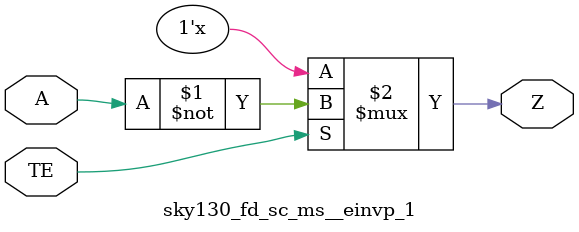
<source format=v>
/*
 * Copyright 2020 The SkyWater PDK Authors
 *
 * Licensed under the Apache License, Version 2.0 (the "License");
 * you may not use this file except in compliance with the License.
 * You may obtain a copy of the License at
 *
 *     https://www.apache.org/licenses/LICENSE-2.0
 *
 * Unless required by applicable law or agreed to in writing, software
 * distributed under the License is distributed on an "AS IS" BASIS,
 * WITHOUT WARRANTIES OR CONDITIONS OF ANY KIND, either express or implied.
 * See the License for the specific language governing permissions and
 * limitations under the License.
 *
 * SPDX-License-Identifier: Apache-2.0
*/


`ifndef SKY130_FD_SC_MS__EINVP_1_FUNCTIONAL_V
`define SKY130_FD_SC_MS__EINVP_1_FUNCTIONAL_V

/**
 * einvp: Tri-state inverter, positive enable.
 *
 * Verilog simulation functional model.
 */

`timescale 1ns / 1ps
`default_nettype none

`celldefine
module sky130_fd_sc_ms__einvp_1 (
    Z ,
    A ,
    TE
);

    // Module ports
    output Z ;
    input  A ;
    input  TE;

    //     Name     Output  Other arguments
    notif1 notif10 (Z     , A, TE          );

endmodule
`endcelldefine

`default_nettype wire
`endif  // SKY130_FD_SC_MS__EINVP_1_FUNCTIONAL_V

</source>
